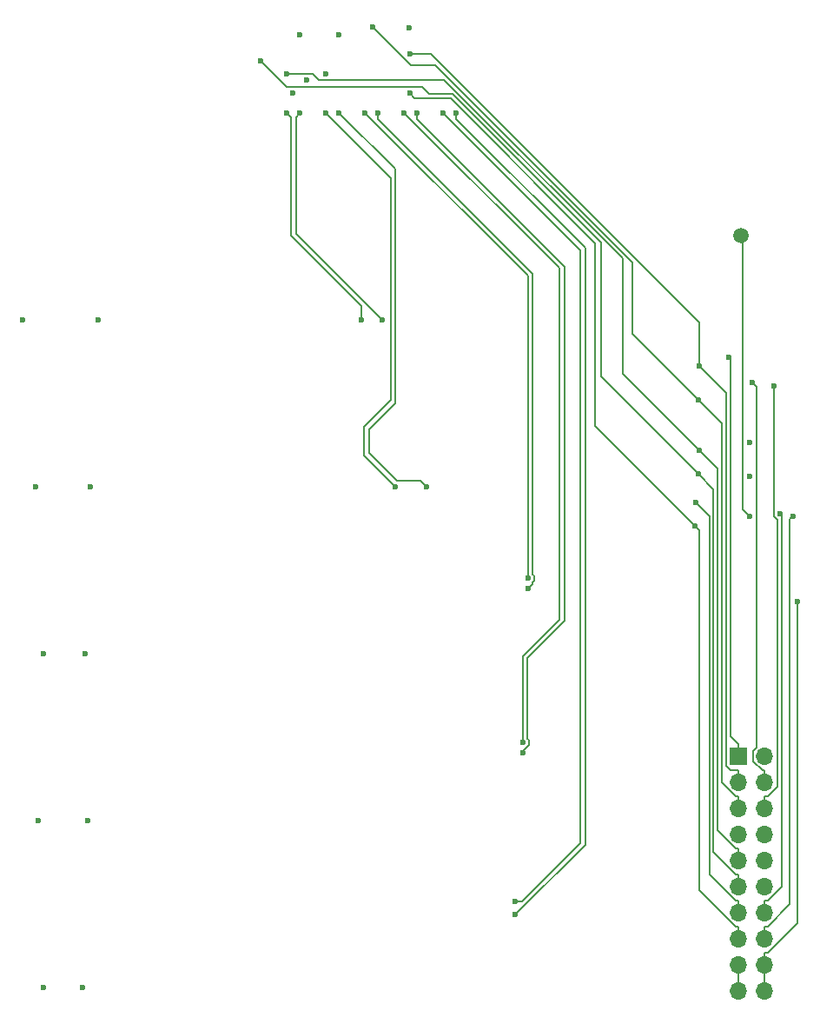
<source format=gbr>
%TF.GenerationSoftware,KiCad,Pcbnew,8.0.3*%
%TF.CreationDate,2024-07-13T21:55:38+05:30*%
%TF.ProjectId,Interpose_1,496e7465-7270-46f7-9365-5f312e6b6963,rev?*%
%TF.SameCoordinates,Original*%
%TF.FileFunction,Copper,L3,Inr*%
%TF.FilePolarity,Positive*%
%FSLAX46Y46*%
G04 Gerber Fmt 4.6, Leading zero omitted, Abs format (unit mm)*
G04 Created by KiCad (PCBNEW 8.0.3) date 2024-07-13 21:55:38*
%MOMM*%
%LPD*%
G01*
G04 APERTURE LIST*
%TA.AperFunction,ComponentPad*%
%ADD10R,1.700000X1.700000*%
%TD*%
%TA.AperFunction,ComponentPad*%
%ADD11O,1.700000X1.700000*%
%TD*%
%TA.AperFunction,ComponentPad*%
%ADD12C,1.500000*%
%TD*%
%TA.AperFunction,ViaPad*%
%ADD13C,0.600000*%
%TD*%
%TA.AperFunction,Conductor*%
%ADD14C,0.200000*%
%TD*%
G04 APERTURE END LIST*
D10*
%TO.N,L2M_DISP*%
%TO.C,J3*%
X146252000Y-103420000D03*
D11*
X148792000Y-103420000D03*
%TO.N,DISP0_VCI*%
X146252000Y-105960000D03*
%TO.N,DISP1_VCI*%
X148792000Y-105960000D03*
%TO.N,DISP0_VDDI*%
X146252000Y-108500000D03*
%TO.N,DISP1_VDDI*%
X148792000Y-108500000D03*
%TO.N,unconnected-(J3-Pin_7-Pad7)*%
X146252000Y-111040000D03*
%TO.N,unconnected-(J3-Pin_8-Pad8)*%
X148792000Y-111040000D03*
%TO.N,DISP0_RST*%
X146252000Y-113580000D03*
%TO.N,DISP1_RST*%
X148792000Y-113580000D03*
%TO.N,DISP0_BUCK_EN*%
X146252000Y-116120000D03*
%TO.N,DISP1_BUCK_VSEL*%
X148792000Y-116120000D03*
%TO.N,DISP0_TE*%
X146252000Y-118660000D03*
%TO.N,DISP1_TE*%
X148792000Y-118660000D03*
%TO.N,DISP0_TOUT*%
X146252000Y-121200000D03*
%TO.N,DISP1_TOUT*%
X148792000Y-121200000D03*
%TO.N,GND*%
X146252000Y-123740000D03*
%TO.N,VSYS_PWR*%
X148792000Y-123740000D03*
%TO.N,GND*%
X146252000Y-126280000D03*
%TO.N,VSYS_PWR*%
X148792000Y-126280000D03*
%TD*%
D12*
%TO.N,GND*%
%TO.C,TP1*%
X146452000Y-52720000D03*
%TD*%
D13*
%TO.N,DSI1_LN2_N*%
X114932000Y-40760000D03*
X125222000Y-103124000D03*
%TO.N,DSI1_CLK_N*%
X111122000Y-40760000D03*
X125730000Y-87122000D03*
%TO.N,DSI1_LN3_N*%
X118742000Y-40760000D03*
X124460000Y-118872000D03*
%TO.N,DSI1_LN3_P*%
X117472000Y-40760000D03*
X124460000Y-117602000D03*
%TO.N,DSI1_LN2_P*%
X113662000Y-40760000D03*
X125222000Y-102108000D03*
%TO.N,DSI1_CLK_P*%
X109852000Y-40760000D03*
X125730000Y-86106000D03*
%TO.N,DSI0_LN1_P*%
X76454000Y-60960000D03*
%TO.N,DSI0_CLK_N*%
X82550000Y-93472000D03*
%TO.N,DSI0_LN2_N*%
X82804000Y-109728000D03*
%TO.N,DSI0_LN0_N*%
X83058000Y-77216000D03*
%TO.N,DSI0_CLK_P*%
X78486000Y-93472000D03*
%TO.N,DSI0_LN3_P*%
X78486000Y-125984000D03*
%TO.N,DSI0_LN3_N*%
X82296000Y-125984000D03*
%TO.N,DSI0_LN1_N*%
X83820000Y-60960000D03*
%TO.N,DSI0_LN2_P*%
X77978000Y-109728000D03*
%TO.N,DSI0_LN0_P*%
X77724000Y-77216000D03*
%TO.N,DSI1_LN1_P*%
X102232000Y-40760000D03*
X109474000Y-60960000D03*
%TO.N,DSI1_LN1_N*%
X103502000Y-40760000D03*
X111506000Y-60960000D03*
%TO.N,DISP1_BUCK_VSEL*%
X147332000Y-76140000D03*
X102768000Y-38854900D03*
%TO.N,DISP1_TE*%
X150308000Y-79817100D03*
%TO.N,DISP0_TOUT*%
X141998000Y-81014100D03*
X114194000Y-38854900D03*
%TO.N,DISP0_VDDI*%
X142281000Y-68681400D03*
X110574000Y-32418200D03*
%TO.N,DISP0_RST*%
X142407000Y-73628300D03*
X102232000Y-36950000D03*
%TO.N,DISP0_TE*%
X142046000Y-78680000D03*
%TO.N,DISP1_TOUT*%
X106042000Y-36929300D03*
X151525000Y-80081700D03*
%TO.N,DISP1_RST*%
X104134000Y-37545300D03*
X147352000Y-72902400D03*
%TO.N,DISP0_BUCK_EN*%
X99692000Y-35680000D03*
X142281000Y-75904900D03*
%TO.N,VSYS_PWR*%
X151986000Y-88367300D03*
X103502000Y-33140000D03*
%TO.N,DISP1_VDDI*%
X114136000Y-32447600D03*
X149702000Y-67372700D03*
%TO.N,DISP1_VCI*%
X107312000Y-33140000D03*
X147560000Y-67038200D03*
%TO.N,DISP0_VCI*%
X114198000Y-35040100D03*
X142369000Y-65412000D03*
%TO.N,L2M_DISP*%
X145284000Y-64594600D03*
%TO.N,GND*%
X147320000Y-80067600D03*
%TO.N,DSI1_LN0_N*%
X107312000Y-40760000D03*
X115824000Y-77216000D03*
%TO.N,DSI1_LN0_P*%
X106042000Y-40760000D03*
X112776000Y-77216000D03*
%TD*%
D14*
%TO.N,DSI1_LN2_N*%
X114932000Y-41393600D02*
X114932000Y-40760000D01*
X129286000Y-55747600D02*
X114932000Y-41393600D01*
X129286000Y-90234200D02*
X129286000Y-55747600D01*
X125672000Y-93848200D02*
X129286000Y-90234200D01*
X125672000Y-101709000D02*
X125672000Y-93848200D01*
X125822000Y-101859000D02*
X125672000Y-101709000D01*
X125822000Y-102357000D02*
X125822000Y-101859000D01*
X125222000Y-102957000D02*
X125822000Y-102357000D01*
X125222000Y-103124000D02*
X125222000Y-102957000D01*
%TO.N,DSI1_CLK_N*%
X111122000Y-41393600D02*
X111122000Y-40760000D01*
X126180000Y-56451600D02*
X111122000Y-41393600D01*
X126180000Y-85707500D02*
X126180000Y-56451600D01*
X126330000Y-85857500D02*
X126180000Y-85707500D01*
X126330000Y-86354500D02*
X126330000Y-85857500D01*
X126180000Y-86504500D02*
X126330000Y-86354500D01*
X126180000Y-86672000D02*
X126180000Y-86504500D01*
X125730000Y-87122000D02*
X126180000Y-86672000D01*
%TO.N,DSI1_LN3_N*%
X118742000Y-41393600D02*
X118742000Y-40760000D01*
X131289000Y-53940600D02*
X118742000Y-41393600D01*
X131289000Y-112043000D02*
X131289000Y-53940600D01*
X124460000Y-118872000D02*
X131289000Y-112043000D01*
%TO.N,DSI1_LN3_P*%
X130839000Y-54127000D02*
X117472000Y-40760000D01*
X130839000Y-111857000D02*
X130839000Y-54127000D01*
X125094000Y-117602000D02*
X130839000Y-111857000D01*
X124460000Y-117602000D02*
X125094000Y-117602000D01*
%TO.N,DSI1_LN2_P*%
X128778000Y-55876000D02*
X113662000Y-40760000D01*
X128778000Y-90105800D02*
X128778000Y-55876000D01*
X125222000Y-93661800D02*
X128778000Y-90105800D01*
X125222000Y-102108000D02*
X125222000Y-93661800D01*
%TO.N,DSI1_CLK_P*%
X125730000Y-56638000D02*
X109852000Y-40760000D01*
X125730000Y-86106000D02*
X125730000Y-56638000D01*
%TO.N,DSI1_LN1_P*%
X102642000Y-41170000D02*
X102232000Y-40760000D01*
X102642000Y-52732400D02*
X102642000Y-41170000D01*
X109474000Y-59564400D02*
X102642000Y-52732400D01*
X109474000Y-60960000D02*
X109474000Y-59564400D01*
%TO.N,DSI1_LN1_N*%
X103092000Y-41170000D02*
X103502000Y-40760000D01*
X103092000Y-52546000D02*
X103092000Y-41170000D01*
X111506000Y-60960000D02*
X103092000Y-52546000D01*
%TO.N,DISP1_TE*%
X150441000Y-79950000D02*
X150308000Y-79817100D01*
X150441000Y-116128000D02*
X150441000Y-79950000D01*
X149060000Y-117508000D02*
X150441000Y-116128000D01*
X148792000Y-117508000D02*
X149060000Y-117508000D01*
X148792000Y-118660000D02*
X148792000Y-117508000D01*
%TO.N,DISP0_TOUT*%
X114660000Y-39320800D02*
X114194000Y-38854900D01*
X118154000Y-39320800D02*
X114660000Y-39320800D01*
X132280000Y-53447200D02*
X118154000Y-39320800D01*
X132280000Y-71296300D02*
X132280000Y-53447200D01*
X141998000Y-81014100D02*
X132280000Y-71296300D01*
X146252000Y-120048000D02*
X146252000Y-121200000D01*
X145984000Y-120048000D02*
X146252000Y-120048000D01*
X142407000Y-116472000D02*
X145984000Y-120048000D01*
X142407000Y-81423200D02*
X142407000Y-116472000D01*
X141998000Y-81014100D02*
X142407000Y-81423200D01*
%TO.N,DISP0_VDDI*%
X144603000Y-71003600D02*
X142281000Y-68681400D01*
X144603000Y-105968000D02*
X144603000Y-71003600D01*
X145984000Y-107348000D02*
X144603000Y-105968000D01*
X146252000Y-107348000D02*
X145984000Y-107348000D01*
X146252000Y-108500000D02*
X146252000Y-107348000D01*
X114262000Y-36106000D02*
X110574000Y-32418200D01*
X116680000Y-36106000D02*
X114262000Y-36106000D01*
X135920000Y-55345800D02*
X116680000Y-36106000D01*
X135920000Y-62320500D02*
X135920000Y-55345800D01*
X142281000Y-68681400D02*
X135920000Y-62320500D01*
%TO.N,DISP0_RST*%
X134922000Y-66143100D02*
X142407000Y-73628300D01*
X134922000Y-54952600D02*
X134922000Y-66143100D01*
X117498000Y-37529300D02*
X134922000Y-54952600D01*
X105291000Y-37529300D02*
X117498000Y-37529300D01*
X104707000Y-36945300D02*
X105291000Y-37529300D01*
X102237000Y-36945300D02*
X104707000Y-36945300D01*
X102232000Y-36950000D02*
X102237000Y-36945300D01*
X146252000Y-112428000D02*
X146252000Y-113580000D01*
X145984000Y-112428000D02*
X146252000Y-112428000D01*
X144201000Y-110646000D02*
X145984000Y-112428000D01*
X144201000Y-75422400D02*
X144201000Y-110646000D01*
X142407000Y-73628300D02*
X144201000Y-75422400D01*
%TO.N,DISP0_TE*%
X146252000Y-117508000D02*
X146252000Y-118660000D01*
X145964000Y-117508000D02*
X146252000Y-117508000D01*
X143396000Y-114940000D02*
X145964000Y-117508000D01*
X143396000Y-80030200D02*
X143396000Y-114940000D01*
X142046000Y-78680000D02*
X143396000Y-80030200D01*
%TO.N,DISP1_TOUT*%
X151250000Y-80356900D02*
X151525000Y-80081700D01*
X151250000Y-117859000D02*
X151250000Y-80356900D01*
X149060000Y-120048000D02*
X151250000Y-117859000D01*
X148792000Y-120048000D02*
X149060000Y-120048000D01*
X148792000Y-121200000D02*
X148792000Y-120048000D01*
%TO.N,DISP0_BUCK_EN*%
X132823000Y-66446900D02*
X142281000Y-75904900D01*
X132823000Y-53422100D02*
X132823000Y-66446900D01*
X118320000Y-38919100D02*
X132823000Y-53422100D01*
X116066000Y-38919100D02*
X118320000Y-38919100D01*
X115357000Y-38210500D02*
X116066000Y-38919100D01*
X102222000Y-38210500D02*
X115357000Y-38210500D01*
X99692000Y-35680000D02*
X102222000Y-38210500D01*
X146252000Y-114968000D02*
X146252000Y-116120000D01*
X145984000Y-114968000D02*
X146252000Y-114968000D01*
X143798000Y-112783000D02*
X145984000Y-114968000D01*
X143798000Y-77421600D02*
X143798000Y-112783000D01*
X142281000Y-75904900D02*
X143798000Y-77421600D01*
%TO.N,VSYS_PWR*%
X148792000Y-126280000D02*
X148792000Y-123740000D01*
X148792000Y-122588000D02*
X148792000Y-123740000D01*
X149080000Y-122588000D02*
X148792000Y-122588000D01*
X151986000Y-119682000D02*
X149080000Y-122588000D01*
X151986000Y-88367300D02*
X151986000Y-119682000D01*
%TO.N,DISP1_VDDI*%
X148792000Y-107348000D02*
X148792000Y-108500000D01*
X149060000Y-107348000D02*
X148792000Y-107348000D01*
X150024000Y-106385000D02*
X149060000Y-107348000D01*
X150024000Y-80383600D02*
X150024000Y-106385000D01*
X149702000Y-80061500D02*
X150024000Y-80383600D01*
X149702000Y-67372700D02*
X149702000Y-80061500D01*
%TO.N,DISP1_VCI*%
X148792000Y-104808000D02*
X148792000Y-105960000D01*
X148552000Y-104808000D02*
X148792000Y-104808000D01*
X147640000Y-103897000D02*
X148552000Y-104808000D01*
X147640000Y-102943000D02*
X147640000Y-103897000D01*
X147978000Y-102606000D02*
X147640000Y-102943000D01*
X147978000Y-67455500D02*
X147978000Y-102606000D01*
X147560000Y-67038200D02*
X147978000Y-67455500D01*
%TO.N,DISP0_VCI*%
X145004000Y-68047400D02*
X142369000Y-65412000D01*
X145004000Y-104375000D02*
X145004000Y-68047400D01*
X145438000Y-104808000D02*
X145004000Y-104375000D01*
X146252000Y-104808000D02*
X145438000Y-104808000D01*
X146252000Y-105960000D02*
X146252000Y-104808000D01*
X114198000Y-35040200D02*
X114198000Y-35040100D01*
X116246000Y-35040200D02*
X114198000Y-35040200D01*
X142369000Y-61163100D02*
X116246000Y-35040200D01*
X142369000Y-65412000D02*
X142369000Y-61163100D01*
%TO.N,L2M_DISP*%
X145474000Y-64784700D02*
X145284000Y-64594600D01*
X145474000Y-101491000D02*
X145474000Y-64784700D01*
X146252000Y-102268000D02*
X145474000Y-101491000D01*
X146252000Y-103420000D02*
X146252000Y-102268000D01*
%TO.N,GND*%
X146635000Y-52902900D02*
X146452000Y-52720000D01*
X146635000Y-79382500D02*
X146635000Y-52902900D01*
X147320000Y-80067600D02*
X146635000Y-79382500D01*
X146252000Y-126280000D02*
X146252000Y-123740000D01*
%TO.N,DSI1_LN0_N*%
X112776000Y-46224000D02*
X107312000Y-40760000D01*
X112776000Y-69088000D02*
X112776000Y-46224000D01*
X110236000Y-71628000D02*
X112776000Y-69088000D01*
X110236000Y-73914000D02*
X110236000Y-71628000D01*
X112938000Y-76616000D02*
X110236000Y-73914000D01*
X115224000Y-76616000D02*
X112938000Y-76616000D01*
X115824000Y-77216000D02*
X115224000Y-76616000D01*
%TO.N,DSI1_LN0_P*%
X112376000Y-47094000D02*
X106042000Y-40760000D01*
X112376000Y-68726000D02*
X112376000Y-47094000D01*
X109728000Y-71374000D02*
X112376000Y-68726000D01*
X109728000Y-74168000D02*
X109728000Y-71374000D01*
X112776000Y-77216000D02*
X109728000Y-74168000D01*
%TD*%
M02*

</source>
